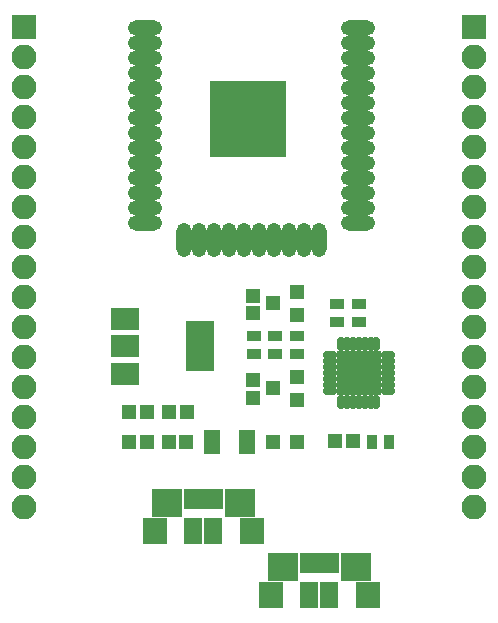
<source format=gts>
G04 #@! TF.FileFunction,Soldermask,Top*
%FSLAX46Y46*%
G04 Gerber Fmt 4.6, Leading zero omitted, Abs format (unit mm)*
G04 Created by KiCad (PCBNEW 4.0.6-e0-6349~52~ubuntu16.10.1) date Wed Mar 29 09:33:53 2017*
%MOMM*%
%LPD*%
G01*
G04 APERTURE LIST*
%ADD10C,0.100000*%
%ADD11R,0.800000X1.750000*%
%ADD12R,2.500000X2.400000*%
%ADD13R,2.000000X2.300000*%
%ADD14R,1.600000X2.300000*%
%ADD15O,2.900000X1.300000*%
%ADD16O,1.300000X2.900000*%
%ADD17R,6.400000X6.400000*%
%ADD18R,1.200000X1.150000*%
%ADD19R,1.300000X1.200000*%
%ADD20R,1.300000X0.900000*%
%ADD21R,0.900000X1.300000*%
%ADD22R,1.200000X1.300000*%
%ADD23R,2.100000X2.100000*%
%ADD24O,2.100000X2.100000*%
%ADD25R,1.150000X1.200000*%
%ADD26R,1.400000X2.000000*%
%ADD27O,1.250000X0.700000*%
%ADD28O,0.700000X1.250000*%
%ADD29R,2.075000X2.075000*%
%ADD30R,2.400000X4.200000*%
%ADD31R,2.400000X1.900000*%
G04 APERTURE END LIST*
D10*
D11*
X168863800Y-111140200D03*
X168213800Y-111140200D03*
X167563800Y-111140200D03*
X166913800Y-111140200D03*
X166263800Y-111140200D03*
D12*
X170663800Y-111465200D03*
X164463800Y-111465200D03*
D13*
X163463800Y-113815200D03*
D14*
X166713800Y-113815200D03*
X168413800Y-113815200D03*
D13*
X171663800Y-113815200D03*
D15*
X180627800Y-71204000D03*
X180627800Y-72474000D03*
X180627800Y-73744000D03*
X180627800Y-75014000D03*
X180627800Y-76284000D03*
X180627800Y-77554000D03*
X180627800Y-78824000D03*
X180627800Y-80094000D03*
X180627800Y-81364000D03*
X180627800Y-82634000D03*
X180627800Y-83904000D03*
X180627800Y-85174000D03*
X180627800Y-86444000D03*
X180627800Y-87714000D03*
D16*
X177342800Y-89204000D03*
X176072800Y-89204000D03*
X174802800Y-89204000D03*
X173532800Y-89204000D03*
X172262800Y-89204000D03*
X170992800Y-89204000D03*
X169722800Y-89204000D03*
X168452800Y-89204000D03*
X167182800Y-89204000D03*
X165912800Y-89204000D03*
D15*
X162627800Y-87714000D03*
X162627800Y-86444000D03*
X162627800Y-85174000D03*
X162627800Y-83904000D03*
X162627800Y-82634000D03*
X162627800Y-81364000D03*
X162627800Y-80094000D03*
X162627800Y-78824000D03*
X162627800Y-77554000D03*
X162627800Y-76284000D03*
X162627800Y-75014000D03*
X162627800Y-73744000D03*
X162627800Y-72474000D03*
X162627800Y-71204000D03*
D17*
X171327800Y-78904000D03*
D18*
X166129400Y-106273600D03*
X164629400Y-106273600D03*
X166180200Y-103733600D03*
X164680200Y-103733600D03*
X162751200Y-106273600D03*
X161251200Y-106273600D03*
X162751200Y-103733600D03*
X161251200Y-103733600D03*
X178701000Y-106222800D03*
X180201000Y-106222800D03*
D19*
X175472600Y-102702400D03*
X175472600Y-100802400D03*
X173472600Y-101752400D03*
X175472600Y-95488800D03*
X175472600Y-93588800D03*
X173472600Y-94538800D03*
D20*
X178892200Y-94601600D03*
X178892200Y-96101600D03*
X180771800Y-94601600D03*
X180771800Y-96101600D03*
X173659800Y-98844800D03*
X173659800Y-97344800D03*
D21*
X183299800Y-106273600D03*
X181799800Y-106273600D03*
D11*
X178668200Y-116525000D03*
X178018200Y-116525000D03*
X177368200Y-116525000D03*
X176718200Y-116525000D03*
X176068200Y-116525000D03*
D12*
X180468200Y-116850000D03*
X174268200Y-116850000D03*
D13*
X173268200Y-119200000D03*
D14*
X176518200Y-119200000D03*
X178218200Y-119200000D03*
D13*
X181468200Y-119200000D03*
D22*
X173422600Y-106324400D03*
X175522600Y-106324400D03*
D23*
X152400000Y-71120000D03*
D24*
X152400000Y-73660000D03*
X152400000Y-76200000D03*
X152400000Y-78740000D03*
X152400000Y-81280000D03*
X152400000Y-83820000D03*
X152400000Y-86360000D03*
X152400000Y-88900000D03*
X152400000Y-91440000D03*
X152400000Y-93980000D03*
X152400000Y-96520000D03*
X152400000Y-99060000D03*
X152400000Y-101600000D03*
X152400000Y-104140000D03*
X152400000Y-106680000D03*
X152400000Y-109220000D03*
X152400000Y-111760000D03*
D25*
X171780200Y-102553200D03*
X171780200Y-101053200D03*
X171780200Y-93890400D03*
X171780200Y-95390400D03*
D26*
X168299000Y-106273600D03*
X171299000Y-106273600D03*
D20*
X175488600Y-97344800D03*
X175488600Y-98844800D03*
X171831000Y-98844800D03*
X171831000Y-97344800D03*
D27*
X178271000Y-98931600D03*
X178271000Y-99431600D03*
X178271000Y-99931600D03*
X178271000Y-100431600D03*
X178271000Y-100931600D03*
X178271000Y-101431600D03*
X178271000Y-101931600D03*
D28*
X179221000Y-102881600D03*
X179721000Y-102881600D03*
X180221000Y-102881600D03*
X180721000Y-102881600D03*
X181221000Y-102881600D03*
X181721000Y-102881600D03*
X182221000Y-102881600D03*
D27*
X183171000Y-101931600D03*
X183171000Y-101431600D03*
X183171000Y-100931600D03*
X183171000Y-100431600D03*
X183171000Y-99931600D03*
X183171000Y-99431600D03*
X183171000Y-98931600D03*
D28*
X182221000Y-97981600D03*
X181721000Y-97981600D03*
X181221000Y-97981600D03*
X180721000Y-97981600D03*
X180221000Y-97981600D03*
X179721000Y-97981600D03*
X179221000Y-97981600D03*
D29*
X181558500Y-101269100D03*
X181558500Y-99594100D03*
X179883500Y-101269100D03*
X179883500Y-99594100D03*
D30*
X167259400Y-98196400D03*
D31*
X160959400Y-98196400D03*
X160959400Y-100496400D03*
X160959400Y-95896400D03*
D23*
X190474600Y-71120000D03*
D24*
X190474600Y-73660000D03*
X190474600Y-76200000D03*
X190474600Y-78740000D03*
X190474600Y-81280000D03*
X190474600Y-83820000D03*
X190474600Y-86360000D03*
X190474600Y-88900000D03*
X190474600Y-91440000D03*
X190474600Y-93980000D03*
X190474600Y-96520000D03*
X190474600Y-99060000D03*
X190474600Y-101600000D03*
X190474600Y-104140000D03*
X190474600Y-106680000D03*
X190474600Y-109220000D03*
X190474600Y-111760000D03*
M02*

</source>
